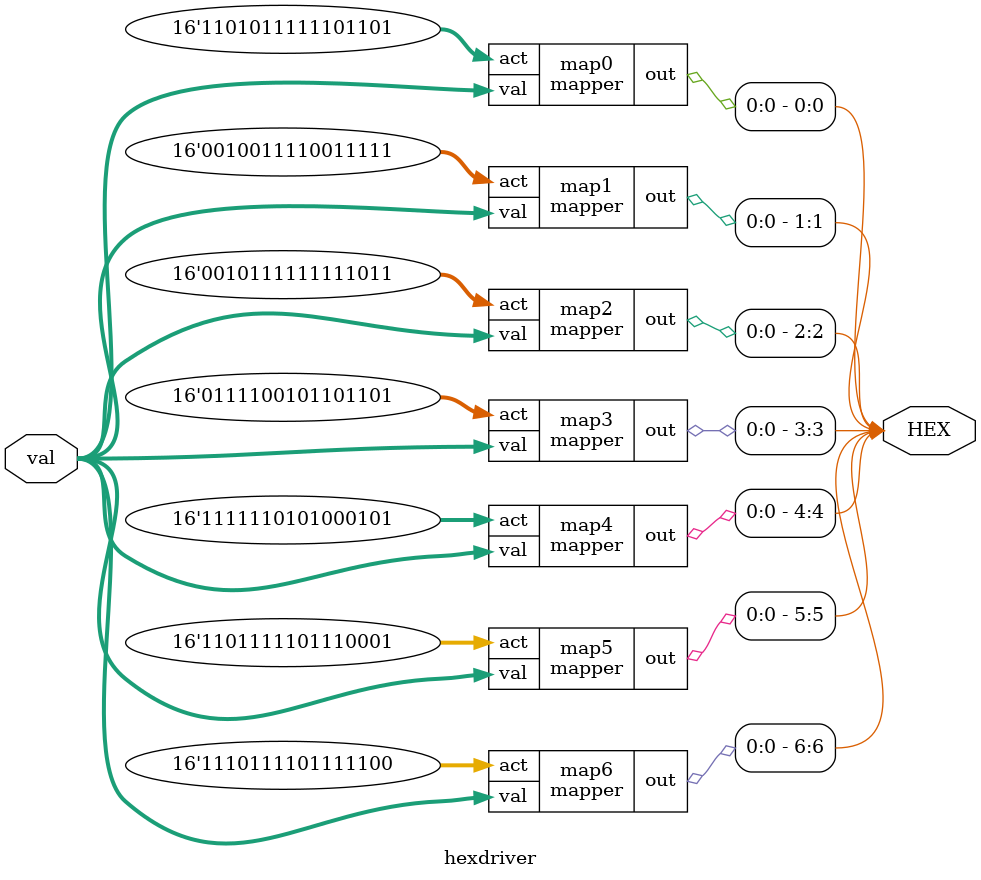
<source format=sv>

module mapper (input [3:0] val, input [15:0] act, output logic out);
	always_comb begin out = ~act[val]; end
endmodule
// hexdriver module converts 4 bit binary number to
// hexadecimal 7-seg display code
module hexdriver (input [3:0] val, output logic [6:0] HEX);
	// mapping input bits to desired activations
	mapper map0 (.val(val), .act(16'd55277), .out(HEX[0])); // top
	mapper map1 (.val(val), .act(16'd10143), .out(HEX[1])); // upper right side
	mapper map2 (.val(val), .act(16'd12283), .out(HEX[2])); // lower right side
	mapper map3 (.val(val), .act(16'd31085), .out(HEX[3])); // bottom
	mapper map4 (.val(val), .act(16'd64837), .out(HEX[4])); // lower left side
	mapper map5 (.val(val), .act(16'd57201), .out(HEX[5])); // upper left side
	mapper map6 (.val(val), .act(16'd61308), .out(HEX[6])); // bridge
endmodule

</source>
